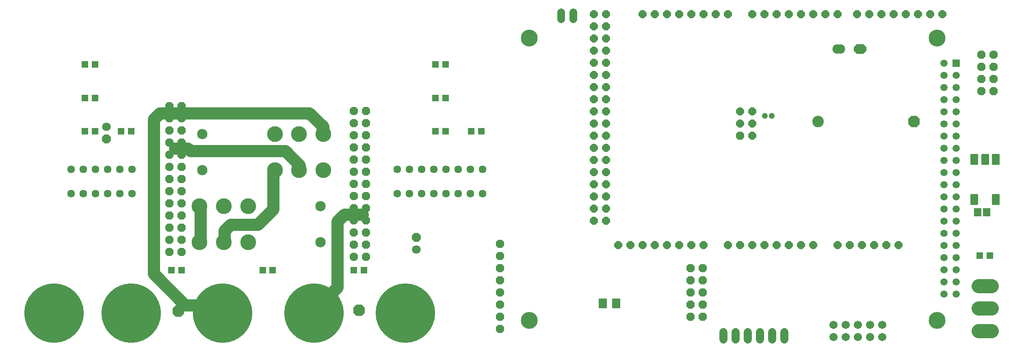
<source format=gbs>
G75*
G70*
%OFA0B0*%
%FSLAX24Y24*%
%IPPOS*%
%LPD*%
%AMOC8*
5,1,8,0,0,1.08239X$1,22.5*
%
%ADD10C,0.1000*%
%ADD11C,0.0477*%
%ADD12C,0.0780*%
%ADD13OC8,0.0780*%
%ADD14C,0.0674*%
%ADD15OC8,0.0710*%
%ADD16C,0.0710*%
%ADD17C,0.0640*%
%ADD18C,0.0946*%
%ADD19OC8,0.0946*%
%ADD20OC8,0.0634*%
%ADD21OC8,0.0680*%
%ADD22C,0.1299*%
%ADD23C,0.0848*%
%ADD24C,0.4885*%
%ADD25R,0.0552X0.0552*%
%ADD26C,0.1172*%
%ADD27OC8,0.0674*%
%ADD28C,0.0595*%
%ADD29R,0.0595X0.0595*%
%ADD30C,0.1386*%
%ADD31C,0.0674*%
%ADD32C,0.0634*%
%ADD33R,0.0710X0.0789*%
%ADD34R,0.0516X0.0516*%
%ADD35R,0.0592X0.0671*%
%ADD36C,0.0095*%
D10*
X020558Y011535D02*
X023133Y008960D01*
X025258Y008960D01*
X020558Y011535D02*
X020558Y024260D01*
X021058Y024760D01*
X032508Y024760D01*
X032608Y024760D02*
X033333Y024760D01*
X034458Y023635D01*
X034458Y023110D01*
X032533Y020460D02*
X031358Y021635D01*
X023558Y021635D01*
X023358Y021835D01*
X022283Y021835D01*
X030358Y020010D02*
X030358Y016835D01*
X029108Y015585D01*
X026858Y015585D01*
X026358Y015085D01*
X026358Y014160D01*
X024383Y014260D02*
X024383Y017060D01*
X032533Y020160D02*
X032533Y020460D01*
X036183Y016410D02*
X035633Y015860D01*
X035633Y010410D01*
X034208Y008985D01*
X036183Y016410D02*
X037683Y016410D01*
D11*
X070708Y024560D03*
X071259Y024560D03*
D12*
X076633Y030035D03*
X076883Y030035D03*
D13*
X078383Y030035D03*
X078633Y030035D03*
D14*
X072308Y006731D02*
X072308Y006138D01*
X071308Y006138D02*
X071308Y006731D01*
X070308Y006731D02*
X070308Y006138D01*
X069308Y006138D02*
X069308Y006731D01*
X068308Y006731D02*
X068308Y006138D01*
X067308Y006138D02*
X067308Y006731D01*
D15*
X042108Y014535D03*
X016658Y022660D03*
D16*
X016658Y023660D03*
X042108Y013535D03*
D17*
X053958Y032505D02*
X053958Y033065D01*
X054958Y033065D02*
X054958Y032505D01*
D18*
X075053Y024085D03*
D19*
X082923Y024085D03*
X037390Y008541D03*
X022546Y008485D03*
D20*
X056654Y015900D03*
X057654Y015900D03*
X057654Y016900D03*
X056654Y016900D03*
X056654Y017900D03*
X057654Y017900D03*
X057654Y018900D03*
X056654Y018900D03*
X056654Y019900D03*
X057654Y019900D03*
X057654Y020900D03*
X056654Y020900D03*
X056654Y021900D03*
X057654Y021900D03*
X057654Y022900D03*
X056654Y022900D03*
X056654Y023900D03*
X057654Y023900D03*
X057654Y024900D03*
X056654Y024900D03*
X056654Y025900D03*
X057654Y025900D03*
X057654Y026900D03*
X056654Y026900D03*
X056654Y027900D03*
X057654Y027900D03*
X057654Y028900D03*
X056654Y028900D03*
X056654Y029900D03*
X057654Y029900D03*
X057654Y030900D03*
X056654Y030900D03*
X056654Y031900D03*
X057654Y031900D03*
X057654Y032900D03*
X056654Y032900D03*
X060654Y032900D03*
X061654Y032900D03*
X062654Y032900D03*
X063654Y032900D03*
X064654Y032900D03*
X065654Y032900D03*
X066654Y032900D03*
X067654Y032900D03*
X069654Y032900D03*
X070654Y032900D03*
X071654Y032900D03*
X072654Y032900D03*
X073654Y032900D03*
X074654Y032900D03*
X075654Y032900D03*
X076654Y032900D03*
X078254Y032900D03*
X079254Y032900D03*
X080254Y032900D03*
X081254Y032900D03*
X082254Y032900D03*
X083254Y032900D03*
X084254Y032900D03*
X085254Y032900D03*
X069654Y024900D03*
X068654Y024900D03*
X068654Y023900D03*
X069654Y023900D03*
X069654Y022900D03*
X069654Y013900D03*
X070654Y013900D03*
X071654Y013900D03*
X072654Y013900D03*
X073654Y013900D03*
X074654Y013900D03*
X076654Y013900D03*
X077654Y013900D03*
X078654Y013900D03*
X079654Y013900D03*
X080654Y013900D03*
X081654Y013900D03*
X068654Y013900D03*
X067654Y013900D03*
X065654Y013900D03*
X064654Y013900D03*
X063654Y013900D03*
X062654Y013900D03*
X061654Y013900D03*
X060654Y013900D03*
X059654Y013900D03*
X058654Y013900D03*
D21*
X068654Y022900D03*
D22*
X034456Y023048D03*
X032472Y023048D03*
X030488Y023048D03*
X030488Y020071D03*
X032472Y020071D03*
X034456Y020071D03*
X028279Y017123D03*
X026294Y017123D03*
X024310Y017123D03*
X024310Y014146D03*
X026294Y014146D03*
X028279Y014146D03*
D23*
X034231Y014146D03*
X034231Y017123D03*
X024535Y020071D03*
X024535Y023048D03*
D24*
X012370Y008309D03*
X018689Y008309D03*
X026189Y008309D03*
X033689Y008309D03*
X041189Y008309D03*
D25*
X037784Y011852D03*
X036957Y011852D03*
X030303Y011852D03*
X029477Y011852D03*
X022823Y011852D03*
X021996Y011852D03*
X018689Y023270D03*
X017862Y023270D03*
X015736Y023270D03*
X014910Y023270D03*
X014910Y026026D03*
X015736Y026026D03*
X015736Y028781D03*
X014910Y028781D03*
X043650Y028781D03*
X044477Y028781D03*
X044477Y026026D03*
X043650Y026026D03*
X043650Y023270D03*
X044477Y023270D03*
X046603Y023270D03*
X047429Y023270D03*
X088335Y013033D03*
X089162Y013033D03*
D26*
X089281Y010553D02*
X088216Y010553D01*
X088216Y008703D02*
X089281Y008703D01*
X089281Y006853D02*
X088216Y006853D01*
D27*
X065608Y008010D03*
X064608Y008010D03*
X064608Y009010D03*
X065608Y009010D03*
X065608Y010010D03*
X064608Y010010D03*
X064608Y011010D03*
X065608Y011010D03*
X065608Y012010D03*
X064608Y012010D03*
X048958Y012010D03*
X048958Y013010D03*
X048958Y014010D03*
X048958Y011010D03*
X048958Y010010D03*
X048958Y009010D03*
X048958Y008010D03*
X048958Y007010D03*
X037961Y012935D03*
X036961Y012935D03*
X036961Y013935D03*
X037961Y013935D03*
X037961Y014935D03*
X036961Y014935D03*
X036961Y015935D03*
X037961Y015935D03*
X037961Y016935D03*
X036961Y016935D03*
X036961Y017935D03*
X037961Y017935D03*
X037961Y018935D03*
X036961Y018935D03*
X036961Y019935D03*
X037961Y019935D03*
X037961Y020935D03*
X036961Y020935D03*
X036961Y021935D03*
X037961Y021935D03*
X037961Y022935D03*
X036961Y022935D03*
X036961Y023935D03*
X037961Y023935D03*
X037961Y024935D03*
X036961Y024935D03*
X022819Y025337D03*
X021819Y025337D03*
X021819Y024337D03*
X022819Y024337D03*
X022819Y023337D03*
X021819Y023337D03*
X021819Y022337D03*
X022819Y022337D03*
X022819Y021337D03*
X021819Y021337D03*
X021819Y020337D03*
X022819Y020337D03*
X022819Y019337D03*
X021819Y019337D03*
X021819Y018337D03*
X022819Y018337D03*
X022819Y017337D03*
X021819Y017337D03*
X021819Y016337D03*
X022819Y016337D03*
X022819Y015337D03*
X021819Y015337D03*
X021819Y014337D03*
X022819Y014337D03*
X022819Y013337D03*
X021819Y013337D03*
X088458Y026585D03*
X089458Y026585D03*
X089458Y027585D03*
X088458Y027585D03*
X088458Y028585D03*
X089458Y028585D03*
X089458Y029585D03*
X088458Y029585D03*
D28*
X085386Y028884D03*
X085386Y027884D03*
X086386Y027884D03*
X086386Y026884D03*
X085386Y026884D03*
X085386Y025884D03*
X086386Y025884D03*
X086386Y024884D03*
X085386Y024884D03*
X085386Y023884D03*
X086386Y023884D03*
X086386Y022884D03*
X085386Y022884D03*
X085386Y021884D03*
X086386Y021884D03*
X086386Y020884D03*
X085386Y020884D03*
X085386Y019884D03*
X086386Y019884D03*
X086386Y018884D03*
X085386Y018884D03*
X085386Y017884D03*
X086386Y017884D03*
X086386Y016884D03*
X085386Y016884D03*
X085386Y015884D03*
X086386Y015884D03*
X086386Y014884D03*
X085386Y014884D03*
X085386Y013884D03*
X086386Y013884D03*
X086386Y012884D03*
X085386Y012884D03*
X085386Y011884D03*
X086386Y011884D03*
X086386Y010884D03*
X085386Y010884D03*
X085386Y009884D03*
X086386Y009884D03*
D29*
X086386Y028884D03*
D30*
X084811Y030947D03*
X051347Y030947D03*
X051347Y007719D03*
X084811Y007719D03*
D31*
X080333Y007335D03*
X079333Y007335D03*
X078333Y007335D03*
X077333Y007335D03*
X076333Y007335D03*
X076333Y006335D03*
X077333Y006335D03*
X078333Y006335D03*
X079333Y006335D03*
X080333Y006335D03*
D32*
X047520Y018152D03*
X046520Y018152D03*
X045520Y018152D03*
X044520Y018152D03*
X043520Y018152D03*
X042520Y018152D03*
X041520Y018152D03*
X040520Y018152D03*
X040520Y020152D03*
X041520Y020152D03*
X042520Y020152D03*
X043520Y020152D03*
X044520Y020152D03*
X045520Y020152D03*
X046520Y020152D03*
X047520Y020152D03*
X018748Y020152D03*
X017748Y020152D03*
X016748Y020152D03*
X015748Y020152D03*
X014748Y020152D03*
X013748Y020152D03*
X013748Y018152D03*
X014748Y018152D03*
X015748Y018152D03*
X016748Y018152D03*
X017748Y018152D03*
X018748Y018152D03*
D33*
X057382Y009110D03*
X058484Y009110D03*
D34*
X035390Y008541D03*
X020546Y008485D03*
D35*
X088159Y016610D03*
X088907Y016610D03*
D36*
X089366Y017273D02*
X089366Y018085D01*
X089902Y018085D01*
X089902Y017273D01*
X089366Y017273D01*
X089366Y017367D02*
X089902Y017367D01*
X089902Y017461D02*
X089366Y017461D01*
X089366Y017555D02*
X089902Y017555D01*
X089902Y017649D02*
X089366Y017649D01*
X089366Y017743D02*
X089902Y017743D01*
X089902Y017837D02*
X089366Y017837D01*
X089366Y017931D02*
X089902Y017931D01*
X089902Y018025D02*
X089366Y018025D01*
X087594Y018085D02*
X087594Y017273D01*
X087594Y018085D02*
X088130Y018085D01*
X088130Y017273D01*
X087594Y017273D01*
X087594Y017367D02*
X088130Y017367D01*
X088130Y017461D02*
X087594Y017461D01*
X087594Y017555D02*
X088130Y017555D01*
X088130Y017649D02*
X087594Y017649D01*
X087594Y017743D02*
X088130Y017743D01*
X088130Y017837D02*
X087594Y017837D01*
X087594Y017931D02*
X088130Y017931D01*
X088130Y018025D02*
X087594Y018025D01*
X087594Y020580D02*
X087594Y021392D01*
X088130Y021392D01*
X088130Y020580D01*
X087594Y020580D01*
X087594Y020674D02*
X088130Y020674D01*
X088130Y020768D02*
X087594Y020768D01*
X087594Y020862D02*
X088130Y020862D01*
X088130Y020956D02*
X087594Y020956D01*
X087594Y021050D02*
X088130Y021050D01*
X088130Y021144D02*
X087594Y021144D01*
X087594Y021238D02*
X088130Y021238D01*
X088130Y021332D02*
X087594Y021332D01*
X088480Y021392D02*
X088480Y020580D01*
X088480Y021392D02*
X089016Y021392D01*
X089016Y020580D01*
X088480Y020580D01*
X088480Y020674D02*
X089016Y020674D01*
X089016Y020768D02*
X088480Y020768D01*
X088480Y020862D02*
X089016Y020862D01*
X089016Y020956D02*
X088480Y020956D01*
X088480Y021050D02*
X089016Y021050D01*
X089016Y021144D02*
X088480Y021144D01*
X088480Y021238D02*
X089016Y021238D01*
X089016Y021332D02*
X088480Y021332D01*
X089366Y021392D02*
X089366Y020580D01*
X089366Y021392D02*
X089902Y021392D01*
X089902Y020580D01*
X089366Y020580D01*
X089366Y020674D02*
X089902Y020674D01*
X089902Y020768D02*
X089366Y020768D01*
X089366Y020862D02*
X089902Y020862D01*
X089902Y020956D02*
X089366Y020956D01*
X089366Y021050D02*
X089902Y021050D01*
X089902Y021144D02*
X089366Y021144D01*
X089366Y021238D02*
X089902Y021238D01*
X089902Y021332D02*
X089366Y021332D01*
M02*

</source>
